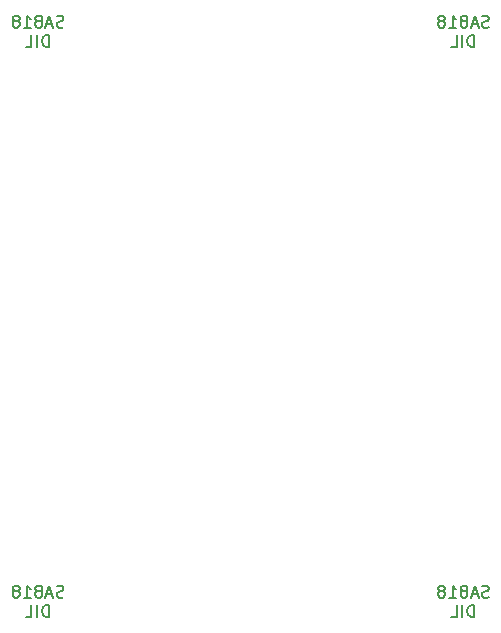
<source format=gbr>
G04 #@! TF.GenerationSoftware,KiCad,Pcbnew,5.1.5+dfsg1-2build2*
G04 #@! TF.CreationDate,2021-10-04T21:44:55-05:00*
G04 #@! TF.ProjectId,,58585858-5858-4585-9858-585858585858,rev?*
G04 #@! TF.SameCoordinates,Original*
G04 #@! TF.FileFunction,Legend,Bot*
G04 #@! TF.FilePolarity,Positive*
%FSLAX46Y46*%
G04 Gerber Fmt 4.6, Leading zero omitted, Abs format (unit mm)*
G04 Created by KiCad (PCBNEW 5.1.5+dfsg1-2build2) date 2021-10-04 21:44:55*
%MOMM*%
%LPD*%
G04 APERTURE LIST*
%ADD10C,0.150000*%
G04 APERTURE END LIST*
D10*
X184065857Y-83907761D02*
X183923000Y-83955380D01*
X183684904Y-83955380D01*
X183589666Y-83907761D01*
X183542047Y-83860142D01*
X183494428Y-83764904D01*
X183494428Y-83669666D01*
X183542047Y-83574428D01*
X183589666Y-83526809D01*
X183684904Y-83479190D01*
X183875380Y-83431571D01*
X183970619Y-83383952D01*
X184018238Y-83336333D01*
X184065857Y-83241095D01*
X184065857Y-83145857D01*
X184018238Y-83050619D01*
X183970619Y-83003000D01*
X183875380Y-82955380D01*
X183637285Y-82955380D01*
X183494428Y-83003000D01*
X183113476Y-83669666D02*
X182637285Y-83669666D01*
X183208714Y-83955380D02*
X182875380Y-82955380D01*
X182542047Y-83955380D01*
X182065857Y-83383952D02*
X182161095Y-83336333D01*
X182208714Y-83288714D01*
X182256333Y-83193476D01*
X182256333Y-83145857D01*
X182208714Y-83050619D01*
X182161095Y-83003000D01*
X182065857Y-82955380D01*
X181875380Y-82955380D01*
X181780142Y-83003000D01*
X181732523Y-83050619D01*
X181684904Y-83145857D01*
X181684904Y-83193476D01*
X181732523Y-83288714D01*
X181780142Y-83336333D01*
X181875380Y-83383952D01*
X182065857Y-83383952D01*
X182161095Y-83431571D01*
X182208714Y-83479190D01*
X182256333Y-83574428D01*
X182256333Y-83764904D01*
X182208714Y-83860142D01*
X182161095Y-83907761D01*
X182065857Y-83955380D01*
X181875380Y-83955380D01*
X181780142Y-83907761D01*
X181732523Y-83860142D01*
X181684904Y-83764904D01*
X181684904Y-83574428D01*
X181732523Y-83479190D01*
X181780142Y-83431571D01*
X181875380Y-83383952D01*
X180732523Y-83955380D02*
X181303952Y-83955380D01*
X181018238Y-83955380D02*
X181018238Y-82955380D01*
X181113476Y-83098238D01*
X181208714Y-83193476D01*
X181303952Y-83241095D01*
X180161095Y-83383952D02*
X180256333Y-83336333D01*
X180303952Y-83288714D01*
X180351571Y-83193476D01*
X180351571Y-83145857D01*
X180303952Y-83050619D01*
X180256333Y-83003000D01*
X180161095Y-82955380D01*
X179970619Y-82955380D01*
X179875380Y-83003000D01*
X179827761Y-83050619D01*
X179780142Y-83145857D01*
X179780142Y-83193476D01*
X179827761Y-83288714D01*
X179875380Y-83336333D01*
X179970619Y-83383952D01*
X180161095Y-83383952D01*
X180256333Y-83431571D01*
X180303952Y-83479190D01*
X180351571Y-83574428D01*
X180351571Y-83764904D01*
X180303952Y-83860142D01*
X180256333Y-83907761D01*
X180161095Y-83955380D01*
X179970619Y-83955380D01*
X179875380Y-83907761D01*
X179827761Y-83860142D01*
X179780142Y-83764904D01*
X179780142Y-83574428D01*
X179827761Y-83479190D01*
X179875380Y-83431571D01*
X179970619Y-83383952D01*
X182827761Y-85605380D02*
X182827761Y-84605380D01*
X182589666Y-84605380D01*
X182446809Y-84653000D01*
X182351571Y-84748238D01*
X182303952Y-84843476D01*
X182256333Y-85033952D01*
X182256333Y-85176809D01*
X182303952Y-85367285D01*
X182351571Y-85462523D01*
X182446809Y-85557761D01*
X182589666Y-85605380D01*
X182827761Y-85605380D01*
X181827761Y-85605380D02*
X181827761Y-84605380D01*
X180875380Y-85605380D02*
X181351571Y-85605380D01*
X181351571Y-84605380D01*
X148065857Y-83907761D02*
X147923000Y-83955380D01*
X147684904Y-83955380D01*
X147589666Y-83907761D01*
X147542047Y-83860142D01*
X147494428Y-83764904D01*
X147494428Y-83669666D01*
X147542047Y-83574428D01*
X147589666Y-83526809D01*
X147684904Y-83479190D01*
X147875380Y-83431571D01*
X147970619Y-83383952D01*
X148018238Y-83336333D01*
X148065857Y-83241095D01*
X148065857Y-83145857D01*
X148018238Y-83050619D01*
X147970619Y-83003000D01*
X147875380Y-82955380D01*
X147637285Y-82955380D01*
X147494428Y-83003000D01*
X147113476Y-83669666D02*
X146637285Y-83669666D01*
X147208714Y-83955380D02*
X146875380Y-82955380D01*
X146542047Y-83955380D01*
X146065857Y-83383952D02*
X146161095Y-83336333D01*
X146208714Y-83288714D01*
X146256333Y-83193476D01*
X146256333Y-83145857D01*
X146208714Y-83050619D01*
X146161095Y-83003000D01*
X146065857Y-82955380D01*
X145875380Y-82955380D01*
X145780142Y-83003000D01*
X145732523Y-83050619D01*
X145684904Y-83145857D01*
X145684904Y-83193476D01*
X145732523Y-83288714D01*
X145780142Y-83336333D01*
X145875380Y-83383952D01*
X146065857Y-83383952D01*
X146161095Y-83431571D01*
X146208714Y-83479190D01*
X146256333Y-83574428D01*
X146256333Y-83764904D01*
X146208714Y-83860142D01*
X146161095Y-83907761D01*
X146065857Y-83955380D01*
X145875380Y-83955380D01*
X145780142Y-83907761D01*
X145732523Y-83860142D01*
X145684904Y-83764904D01*
X145684904Y-83574428D01*
X145732523Y-83479190D01*
X145780142Y-83431571D01*
X145875380Y-83383952D01*
X144732523Y-83955380D02*
X145303952Y-83955380D01*
X145018238Y-83955380D02*
X145018238Y-82955380D01*
X145113476Y-83098238D01*
X145208714Y-83193476D01*
X145303952Y-83241095D01*
X144161095Y-83383952D02*
X144256333Y-83336333D01*
X144303952Y-83288714D01*
X144351571Y-83193476D01*
X144351571Y-83145857D01*
X144303952Y-83050619D01*
X144256333Y-83003000D01*
X144161095Y-82955380D01*
X143970619Y-82955380D01*
X143875380Y-83003000D01*
X143827761Y-83050619D01*
X143780142Y-83145857D01*
X143780142Y-83193476D01*
X143827761Y-83288714D01*
X143875380Y-83336333D01*
X143970619Y-83383952D01*
X144161095Y-83383952D01*
X144256333Y-83431571D01*
X144303952Y-83479190D01*
X144351571Y-83574428D01*
X144351571Y-83764904D01*
X144303952Y-83860142D01*
X144256333Y-83907761D01*
X144161095Y-83955380D01*
X143970619Y-83955380D01*
X143875380Y-83907761D01*
X143827761Y-83860142D01*
X143780142Y-83764904D01*
X143780142Y-83574428D01*
X143827761Y-83479190D01*
X143875380Y-83431571D01*
X143970619Y-83383952D01*
X146827761Y-85605380D02*
X146827761Y-84605380D01*
X146589666Y-84605380D01*
X146446809Y-84653000D01*
X146351571Y-84748238D01*
X146303952Y-84843476D01*
X146256333Y-85033952D01*
X146256333Y-85176809D01*
X146303952Y-85367285D01*
X146351571Y-85462523D01*
X146446809Y-85557761D01*
X146589666Y-85605380D01*
X146827761Y-85605380D01*
X145827761Y-85605380D02*
X145827761Y-84605380D01*
X144875380Y-85605380D02*
X145351571Y-85605380D01*
X145351571Y-84605380D01*
X184065857Y-35647761D02*
X183923000Y-35695380D01*
X183684904Y-35695380D01*
X183589666Y-35647761D01*
X183542047Y-35600142D01*
X183494428Y-35504904D01*
X183494428Y-35409666D01*
X183542047Y-35314428D01*
X183589666Y-35266809D01*
X183684904Y-35219190D01*
X183875380Y-35171571D01*
X183970619Y-35123952D01*
X184018238Y-35076333D01*
X184065857Y-34981095D01*
X184065857Y-34885857D01*
X184018238Y-34790619D01*
X183970619Y-34743000D01*
X183875380Y-34695380D01*
X183637285Y-34695380D01*
X183494428Y-34743000D01*
X183113476Y-35409666D02*
X182637285Y-35409666D01*
X183208714Y-35695380D02*
X182875380Y-34695380D01*
X182542047Y-35695380D01*
X182065857Y-35123952D02*
X182161095Y-35076333D01*
X182208714Y-35028714D01*
X182256333Y-34933476D01*
X182256333Y-34885857D01*
X182208714Y-34790619D01*
X182161095Y-34743000D01*
X182065857Y-34695380D01*
X181875380Y-34695380D01*
X181780142Y-34743000D01*
X181732523Y-34790619D01*
X181684904Y-34885857D01*
X181684904Y-34933476D01*
X181732523Y-35028714D01*
X181780142Y-35076333D01*
X181875380Y-35123952D01*
X182065857Y-35123952D01*
X182161095Y-35171571D01*
X182208714Y-35219190D01*
X182256333Y-35314428D01*
X182256333Y-35504904D01*
X182208714Y-35600142D01*
X182161095Y-35647761D01*
X182065857Y-35695380D01*
X181875380Y-35695380D01*
X181780142Y-35647761D01*
X181732523Y-35600142D01*
X181684904Y-35504904D01*
X181684904Y-35314428D01*
X181732523Y-35219190D01*
X181780142Y-35171571D01*
X181875380Y-35123952D01*
X180732523Y-35695380D02*
X181303952Y-35695380D01*
X181018238Y-35695380D02*
X181018238Y-34695380D01*
X181113476Y-34838238D01*
X181208714Y-34933476D01*
X181303952Y-34981095D01*
X180161095Y-35123952D02*
X180256333Y-35076333D01*
X180303952Y-35028714D01*
X180351571Y-34933476D01*
X180351571Y-34885857D01*
X180303952Y-34790619D01*
X180256333Y-34743000D01*
X180161095Y-34695380D01*
X179970619Y-34695380D01*
X179875380Y-34743000D01*
X179827761Y-34790619D01*
X179780142Y-34885857D01*
X179780142Y-34933476D01*
X179827761Y-35028714D01*
X179875380Y-35076333D01*
X179970619Y-35123952D01*
X180161095Y-35123952D01*
X180256333Y-35171571D01*
X180303952Y-35219190D01*
X180351571Y-35314428D01*
X180351571Y-35504904D01*
X180303952Y-35600142D01*
X180256333Y-35647761D01*
X180161095Y-35695380D01*
X179970619Y-35695380D01*
X179875380Y-35647761D01*
X179827761Y-35600142D01*
X179780142Y-35504904D01*
X179780142Y-35314428D01*
X179827761Y-35219190D01*
X179875380Y-35171571D01*
X179970619Y-35123952D01*
X182827761Y-37345380D02*
X182827761Y-36345380D01*
X182589666Y-36345380D01*
X182446809Y-36393000D01*
X182351571Y-36488238D01*
X182303952Y-36583476D01*
X182256333Y-36773952D01*
X182256333Y-36916809D01*
X182303952Y-37107285D01*
X182351571Y-37202523D01*
X182446809Y-37297761D01*
X182589666Y-37345380D01*
X182827761Y-37345380D01*
X181827761Y-37345380D02*
X181827761Y-36345380D01*
X180875380Y-37345380D02*
X181351571Y-37345380D01*
X181351571Y-36345380D01*
X148065857Y-35647761D02*
X147923000Y-35695380D01*
X147684904Y-35695380D01*
X147589666Y-35647761D01*
X147542047Y-35600142D01*
X147494428Y-35504904D01*
X147494428Y-35409666D01*
X147542047Y-35314428D01*
X147589666Y-35266809D01*
X147684904Y-35219190D01*
X147875380Y-35171571D01*
X147970619Y-35123952D01*
X148018238Y-35076333D01*
X148065857Y-34981095D01*
X148065857Y-34885857D01*
X148018238Y-34790619D01*
X147970619Y-34743000D01*
X147875380Y-34695380D01*
X147637285Y-34695380D01*
X147494428Y-34743000D01*
X147113476Y-35409666D02*
X146637285Y-35409666D01*
X147208714Y-35695380D02*
X146875380Y-34695380D01*
X146542047Y-35695380D01*
X146065857Y-35123952D02*
X146161095Y-35076333D01*
X146208714Y-35028714D01*
X146256333Y-34933476D01*
X146256333Y-34885857D01*
X146208714Y-34790619D01*
X146161095Y-34743000D01*
X146065857Y-34695380D01*
X145875380Y-34695380D01*
X145780142Y-34743000D01*
X145732523Y-34790619D01*
X145684904Y-34885857D01*
X145684904Y-34933476D01*
X145732523Y-35028714D01*
X145780142Y-35076333D01*
X145875380Y-35123952D01*
X146065857Y-35123952D01*
X146161095Y-35171571D01*
X146208714Y-35219190D01*
X146256333Y-35314428D01*
X146256333Y-35504904D01*
X146208714Y-35600142D01*
X146161095Y-35647761D01*
X146065857Y-35695380D01*
X145875380Y-35695380D01*
X145780142Y-35647761D01*
X145732523Y-35600142D01*
X145684904Y-35504904D01*
X145684904Y-35314428D01*
X145732523Y-35219190D01*
X145780142Y-35171571D01*
X145875380Y-35123952D01*
X144732523Y-35695380D02*
X145303952Y-35695380D01*
X145018238Y-35695380D02*
X145018238Y-34695380D01*
X145113476Y-34838238D01*
X145208714Y-34933476D01*
X145303952Y-34981095D01*
X144161095Y-35123952D02*
X144256333Y-35076333D01*
X144303952Y-35028714D01*
X144351571Y-34933476D01*
X144351571Y-34885857D01*
X144303952Y-34790619D01*
X144256333Y-34743000D01*
X144161095Y-34695380D01*
X143970619Y-34695380D01*
X143875380Y-34743000D01*
X143827761Y-34790619D01*
X143780142Y-34885857D01*
X143780142Y-34933476D01*
X143827761Y-35028714D01*
X143875380Y-35076333D01*
X143970619Y-35123952D01*
X144161095Y-35123952D01*
X144256333Y-35171571D01*
X144303952Y-35219190D01*
X144351571Y-35314428D01*
X144351571Y-35504904D01*
X144303952Y-35600142D01*
X144256333Y-35647761D01*
X144161095Y-35695380D01*
X143970619Y-35695380D01*
X143875380Y-35647761D01*
X143827761Y-35600142D01*
X143780142Y-35504904D01*
X143780142Y-35314428D01*
X143827761Y-35219190D01*
X143875380Y-35171571D01*
X143970619Y-35123952D01*
X146827761Y-37345380D02*
X146827761Y-36345380D01*
X146589666Y-36345380D01*
X146446809Y-36393000D01*
X146351571Y-36488238D01*
X146303952Y-36583476D01*
X146256333Y-36773952D01*
X146256333Y-36916809D01*
X146303952Y-37107285D01*
X146351571Y-37202523D01*
X146446809Y-37297761D01*
X146589666Y-37345380D01*
X146827761Y-37345380D01*
X145827761Y-37345380D02*
X145827761Y-36345380D01*
X144875380Y-37345380D02*
X145351571Y-37345380D01*
X145351571Y-36345380D01*
M02*

</source>
